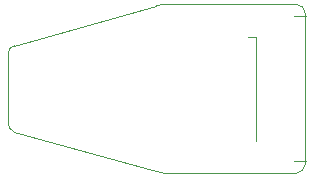
<source format=gto>
%TF.GenerationSoftware,KiCad,Pcbnew,(6.0.4-0)*%
%TF.CreationDate,2022-05-31T14:07:50+12:00*%
%TF.ProjectId,usba_caddy,75736261-5f63-4616-9464-792e6b696361,rev?*%
%TF.SameCoordinates,PX6bf4b80PY4944400*%
%TF.FileFunction,Legend,Top*%
%TF.FilePolarity,Positive*%
%FSLAX46Y46*%
G04 Gerber Fmt 4.6, Leading zero omitted, Abs format (unit mm)*
G04 Created by KiCad (PCBNEW (6.0.4-0)) date 2022-05-31 14:07:50*
%MOMM*%
%LPD*%
G01*
G04 APERTURE LIST*
%TA.AperFunction,Profile*%
%ADD10C,0.100000*%
%TD*%
%ADD11C,0.120000*%
G04 APERTURE END LIST*
D10*
X4025005Y14299979D02*
G75*
G03*
X3500000Y13625000I171395J-674979D01*
G01*
X16050000Y17675000D02*
X4025000Y14300000D01*
X16025000Y3650000D02*
X4000000Y7025000D01*
X27900000Y3500000D02*
G75*
G03*
X28650000Y4250000I0J750000D01*
G01*
X16024998Y3649996D02*
G75*
G03*
X16700000Y3500000I675002J1443804D01*
G01*
X28650000Y4250000D02*
X28650000Y17050000D01*
X28650000Y17050000D02*
G75*
G03*
X27900000Y17800000I-750000J0D01*
G01*
X16700000Y3500000D02*
X27900000Y3500000D01*
X3500482Y7724983D02*
G75*
G03*
X4000000Y7025000I704918J-25183D01*
G01*
X3500000Y7725000D02*
X3500000Y13625000D01*
X27900000Y17800000D02*
X16700000Y17800000D01*
X16700000Y17800000D02*
G75*
G03*
X16050000Y17675000I0J-1752500D01*
G01*
D11*
%TO.C,USBA_PLUG*%
X27700000Y16795000D02*
X28750000Y16795000D01*
X24530000Y15050000D02*
X23775000Y15050000D01*
X27700000Y4505000D02*
X28750000Y4505000D01*
X24530000Y15050000D02*
X24530000Y6250000D01*
%TD*%
M02*

</source>
